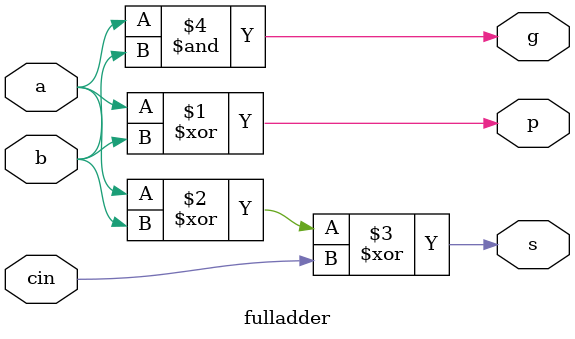
<source format=v>
`timescale 1ns / 1ps


module fulladder #(parameter DELAY = 2)(
    input a,
    input b,
    input cin,
    output s,
    output p,
    output g
    );
    xor #DELAY (p, a, b);
//    xor #DELAY (s, p, cin);
    xor #DELAY (s, a, b, cin);
    and #DELAY (g, a, b);
endmodule

</source>
